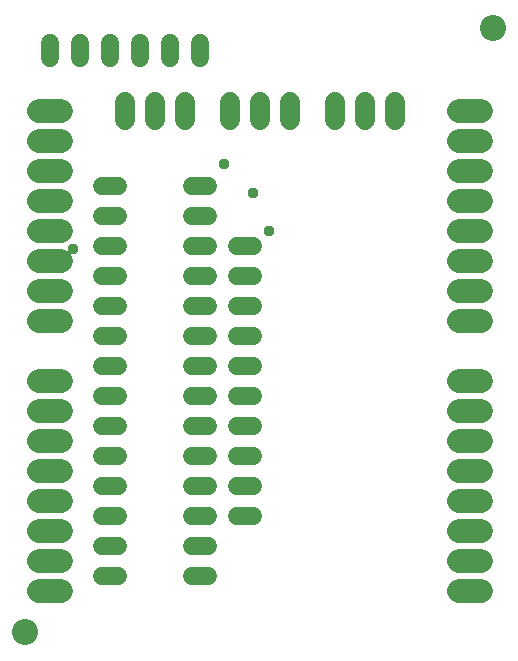
<source format=gbr>
G04 EAGLE Gerber RS-274X export*
G75*
%MOMM*%
%FSLAX34Y34*%
%LPD*%
%INSoldermask Top*%
%IPPOS*%
%AMOC8*
5,1,8,0,0,1.08239X$1,22.5*%
G01*
%ADD10C,2.203200*%
%ADD11C,1.727200*%
%ADD12C,1.524000*%
%ADD13C,2.003200*%
%ADD14C,0.959600*%


D10*
X577850Y628650D03*
X182316Y117203D03*
D11*
X266700Y551180D02*
X266700Y566420D01*
X292100Y566420D02*
X292100Y551180D01*
X317500Y551180D02*
X317500Y566420D01*
X355600Y566420D02*
X355600Y551180D01*
X381000Y551180D02*
X381000Y566420D01*
X406400Y566420D02*
X406400Y551180D01*
X444500Y551180D02*
X444500Y566420D01*
X469900Y566420D02*
X469900Y551180D01*
X495300Y551180D02*
X495300Y566420D01*
D12*
X203200Y602996D02*
X203200Y616204D01*
X228600Y616204D02*
X228600Y602996D01*
X254000Y602996D02*
X254000Y616204D01*
X279400Y616204D02*
X279400Y602996D01*
X304800Y602996D02*
X304800Y616204D01*
X330200Y616204D02*
X330200Y602996D01*
X361696Y444500D02*
X374904Y444500D01*
X374904Y419100D02*
X361696Y419100D01*
X361696Y393700D02*
X374904Y393700D01*
X374904Y368300D02*
X361696Y368300D01*
X361696Y342900D02*
X374904Y342900D01*
X374904Y317500D02*
X361696Y317500D01*
X361696Y292100D02*
X374904Y292100D01*
X374904Y266700D02*
X361696Y266700D01*
X361696Y241300D02*
X374904Y241300D01*
X374904Y215900D02*
X361696Y215900D01*
X260604Y495300D02*
X247396Y495300D01*
X247396Y469900D02*
X260604Y469900D01*
X260604Y444500D02*
X247396Y444500D01*
X247396Y419100D02*
X260604Y419100D01*
X260604Y393700D02*
X247396Y393700D01*
X247396Y368300D02*
X260604Y368300D01*
X260604Y342900D02*
X247396Y342900D01*
X247396Y317500D02*
X260604Y317500D01*
X260604Y292100D02*
X247396Y292100D01*
X247396Y266700D02*
X260604Y266700D01*
X260604Y241300D02*
X247396Y241300D01*
X247396Y215900D02*
X260604Y215900D01*
X260604Y190500D02*
X247396Y190500D01*
X247396Y165100D02*
X260604Y165100D01*
X323596Y165100D02*
X336804Y165100D01*
X336804Y190500D02*
X323596Y190500D01*
X323596Y215900D02*
X336804Y215900D01*
X336804Y241300D02*
X323596Y241300D01*
X323596Y266700D02*
X336804Y266700D01*
X336804Y292100D02*
X323596Y292100D01*
X323596Y317500D02*
X336804Y317500D01*
X336804Y342900D02*
X323596Y342900D01*
X323596Y368300D02*
X336804Y368300D01*
X336804Y393700D02*
X323596Y393700D01*
X323596Y419100D02*
X336804Y419100D01*
X336804Y444500D02*
X323596Y444500D01*
X323596Y469900D02*
X336804Y469900D01*
X336804Y495300D02*
X323596Y495300D01*
D13*
X212200Y558800D02*
X194200Y558800D01*
X194200Y533400D02*
X212200Y533400D01*
X212200Y508000D02*
X194200Y508000D01*
X194200Y482600D02*
X212200Y482600D01*
X212200Y457200D02*
X194200Y457200D01*
X194200Y431800D02*
X212200Y431800D01*
X212200Y406400D02*
X194200Y406400D01*
X194200Y381000D02*
X212200Y381000D01*
X212200Y330200D02*
X194200Y330200D01*
X194200Y304800D02*
X212200Y304800D01*
X212200Y279400D02*
X194200Y279400D01*
X194200Y254000D02*
X212200Y254000D01*
X212200Y228600D02*
X194200Y228600D01*
X194200Y203200D02*
X212200Y203200D01*
X212200Y177800D02*
X194200Y177800D01*
X194200Y152400D02*
X212200Y152400D01*
X549800Y558800D02*
X567800Y558800D01*
X567800Y533400D02*
X549800Y533400D01*
X549800Y508000D02*
X567800Y508000D01*
X567800Y482600D02*
X549800Y482600D01*
X549800Y457200D02*
X567800Y457200D01*
X567800Y431800D02*
X549800Y431800D01*
X549800Y406400D02*
X567800Y406400D01*
X567800Y381000D02*
X549800Y381000D01*
X549800Y228600D02*
X567800Y228600D01*
X567800Y203200D02*
X549800Y203200D01*
X549800Y177800D02*
X567800Y177800D01*
X567800Y152400D02*
X549800Y152400D01*
X549800Y330200D02*
X567800Y330200D01*
X567800Y304800D02*
X549800Y304800D01*
X549800Y279400D02*
X567800Y279400D01*
X567800Y254000D02*
X549800Y254000D01*
D14*
X388620Y457200D03*
X374904Y489204D03*
X350520Y513588D03*
X222504Y441960D03*
M02*

</source>
